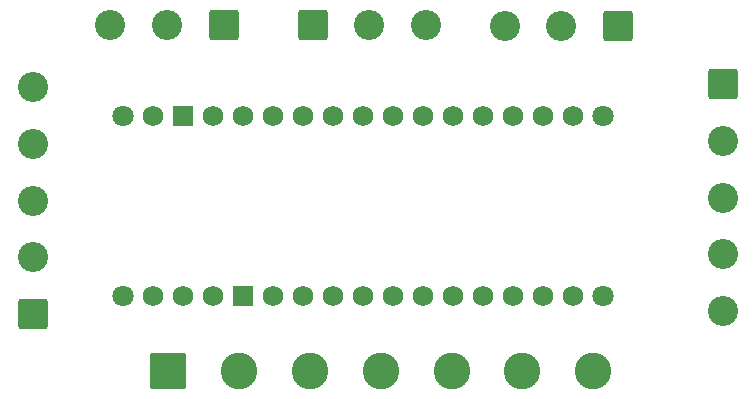
<source format=gbr>
%TF.GenerationSoftware,KiCad,Pcbnew,(7.0.0)*%
%TF.CreationDate,2023-03-08T14:36:46+01:00*%
%TF.ProjectId,booth fendi,626f6f74-6820-4666-956e-64692e6b6963,rev?*%
%TF.SameCoordinates,Original*%
%TF.FileFunction,Soldermask,Bot*%
%TF.FilePolarity,Negative*%
%FSLAX46Y46*%
G04 Gerber Fmt 4.6, Leading zero omitted, Abs format (unit mm)*
G04 Created by KiCad (PCBNEW (7.0.0)) date 2023-03-08 14:36:46*
%MOMM*%
%LPD*%
G01*
G04 APERTURE LIST*
G04 Aperture macros list*
%AMRoundRect*
0 Rectangle with rounded corners*
0 $1 Rounding radius*
0 $2 $3 $4 $5 $6 $7 $8 $9 X,Y pos of 4 corners*
0 Add a 4 corners polygon primitive as box body*
4,1,4,$2,$3,$4,$5,$6,$7,$8,$9,$2,$3,0*
0 Add four circle primitives for the rounded corners*
1,1,$1+$1,$2,$3*
1,1,$1+$1,$4,$5*
1,1,$1+$1,$6,$7*
1,1,$1+$1,$8,$9*
0 Add four rect primitives between the rounded corners*
20,1,$1+$1,$2,$3,$4,$5,0*
20,1,$1+$1,$4,$5,$6,$7,0*
20,1,$1+$1,$6,$7,$8,$9,0*
20,1,$1+$1,$8,$9,$2,$3,0*%
G04 Aperture macros list end*
%ADD10RoundRect,0.249999X-1.025001X1.025001X-1.025001X-1.025001X1.025001X-1.025001X1.025001X1.025001X0*%
%ADD11C,2.550000*%
%ADD12RoundRect,0.249999X1.025001X1.025001X-1.025001X1.025001X-1.025001X-1.025001X1.025001X-1.025001X0*%
%ADD13RoundRect,0.249999X-1.025001X-1.025001X1.025001X-1.025001X1.025001X1.025001X-1.025001X1.025001X0*%
%ADD14RoundRect,0.249999X1.025001X-1.025001X1.025001X1.025001X-1.025001X1.025001X-1.025001X-1.025001X0*%
%ADD15C,1.800000*%
%ADD16C,1.727200*%
%ADD17R,1.727200X1.727200*%
%ADD18RoundRect,0.249999X-1.300001X-1.300001X1.300001X-1.300001X1.300001X1.300001X-1.300001X1.300001X0*%
%ADD19C,3.100000*%
G04 APERTURE END LIST*
D10*
%TO.C,J6*%
X181610000Y-78590000D03*
D11*
X181610000Y-83390000D03*
X181610000Y-88190000D03*
X181610000Y-92990000D03*
X181610000Y-97790000D03*
%TD*%
D12*
%TO.C,J4*%
X172720000Y-73660000D03*
D11*
X167920000Y-73660000D03*
X163120000Y-73660000D03*
%TD*%
D12*
%TO.C,J2*%
X139319000Y-73533000D03*
D11*
X134519000Y-73533000D03*
X129719000Y-73533000D03*
%TD*%
D13*
%TO.C,J7*%
X146864000Y-73533000D03*
D11*
X151664000Y-73533000D03*
X156464000Y-73533000D03*
%TD*%
D14*
%TO.C,J3*%
X123190000Y-98044000D03*
D11*
X123190000Y-93244000D03*
X123190000Y-88444000D03*
X123190000Y-83644000D03*
X123190000Y-78844000D03*
%TD*%
D15*
%TO.C,A1*%
X130810000Y-96520000D03*
X171450000Y-96520000D03*
X130810000Y-81280000D03*
X171450000Y-81280000D03*
D16*
X166370000Y-81280000D03*
X140970000Y-81280000D03*
X161290000Y-81280000D03*
X158750000Y-81280000D03*
X156210000Y-81280000D03*
X153670000Y-81280000D03*
X151130000Y-81280000D03*
X148590000Y-81280000D03*
X146050000Y-81280000D03*
X143510000Y-81280000D03*
X163830000Y-81280000D03*
X135890000Y-96520000D03*
X133350000Y-96520000D03*
X143510000Y-96520000D03*
X146050000Y-96520000D03*
X148590000Y-96520000D03*
X151130000Y-96520000D03*
X153670000Y-96520000D03*
X156210000Y-96520000D03*
X158750000Y-96520000D03*
X161290000Y-96520000D03*
X163830000Y-96520000D03*
X166370000Y-96520000D03*
X168910000Y-96520000D03*
X168910000Y-81280000D03*
D17*
X140969999Y-96519999D03*
X135889999Y-81279999D03*
D16*
X138430000Y-96520000D03*
X138430000Y-81280000D03*
X133350000Y-81280000D03*
%TD*%
D18*
%TO.C,J5*%
X134620000Y-102870000D03*
D19*
X140620000Y-102870000D03*
X146620000Y-102870000D03*
X152620000Y-102870000D03*
X158620000Y-102870000D03*
X164620000Y-102870000D03*
X170615976Y-102870000D03*
%TD*%
M02*

</source>
